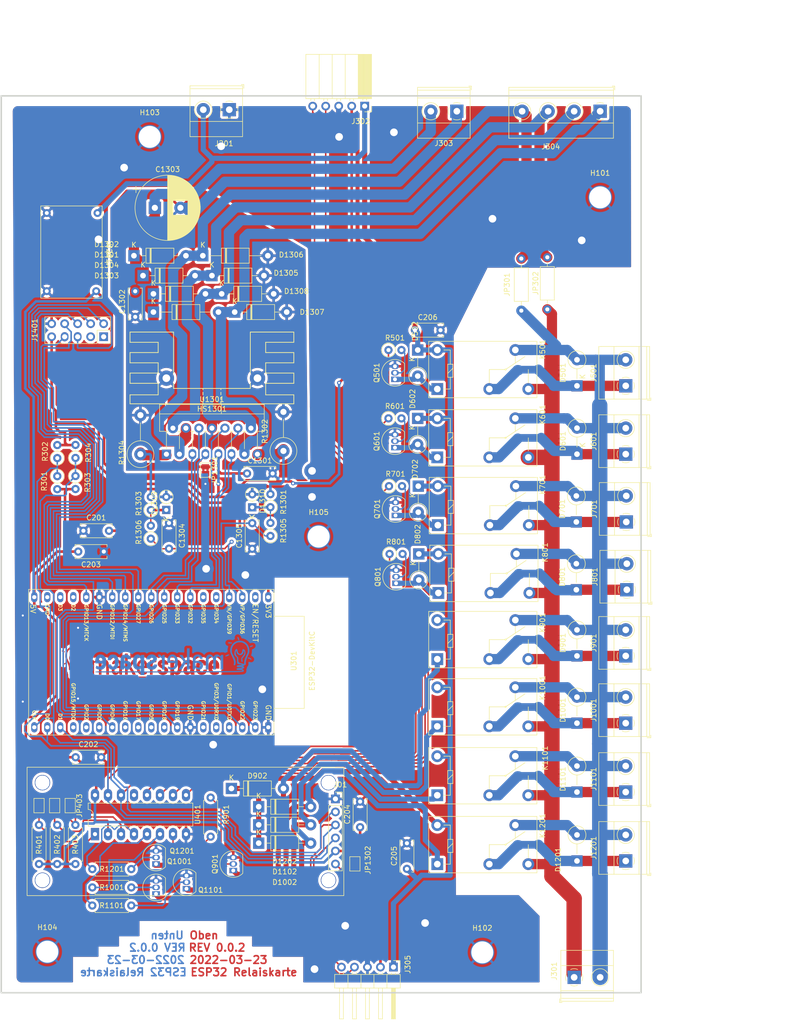
<source format=kicad_pcb>
(kicad_pcb (version 20211014) (generator pcbnew)

  (general
    (thickness 1.6)
  )

  (paper "A4" portrait)
  (title_block
    (title "ESP32 Relaiskarte")
    (date "2022-03-23")
    (rev "0.0.2")
    (company "makerspace Bocholt")
    (comment 1 "+ optionale Servo Ansteuerung")
    (comment 2 "+ optionale Lan Karte")
    (comment 4 "Frank Tobergte")
  )

  (layers
    (0 "F.Cu" signal)
    (31 "B.Cu" signal)
    (32 "B.Adhes" user "B.Adhesive")
    (33 "F.Adhes" user "F.Adhesive")
    (34 "B.Paste" user)
    (35 "F.Paste" user)
    (36 "B.SilkS" user "B.Silkscreen")
    (37 "F.SilkS" user "F.Silkscreen")
    (38 "B.Mask" user)
    (39 "F.Mask" user)
    (40 "Dwgs.User" user "User.Drawings")
    (41 "Cmts.User" user "User.Comments")
    (42 "Eco1.User" user "User.Eco1")
    (43 "Eco2.User" user "User.Eco2")
    (44 "Edge.Cuts" user)
    (45 "Margin" user)
    (46 "B.CrtYd" user "B.Courtyard")
    (47 "F.CrtYd" user "F.Courtyard")
    (48 "B.Fab" user)
    (49 "F.Fab" user)
    (50 "User.1" user "Nutzer.1")
    (51 "User.2" user "Nutzer.2")
    (52 "User.3" user "Nutzer.3")
    (53 "User.4" user "Nutzer.4")
    (54 "User.5" user "Nutzer.5")
    (55 "User.6" user "Nutzer.6")
    (56 "User.7" user "Nutzer.7")
    (57 "User.8" user "Nutzer.8")
    (58 "User.9" user "Nutzer.9")
  )

  (setup
    (stackup
      (layer "F.SilkS" (type "Top Silk Screen"))
      (layer "F.Paste" (type "Top Solder Paste"))
      (layer "F.Mask" (type "Top Solder Mask") (thickness 0.01))
      (layer "F.Cu" (type "copper") (thickness 0.035))
      (layer "dielectric 1" (type "core") (thickness 1.51) (material "FR4") (epsilon_r 4.5) (loss_tangent 0.02))
      (layer "B.Cu" (type "copper") (thickness 0.035))
      (layer "B.Mask" (type "Bottom Solder Mask") (thickness 0.01))
      (layer "B.Paste" (type "Bottom Solder Paste"))
      (layer "B.SilkS" (type "Bottom Silk Screen"))
      (copper_finish "None")
      (dielectric_constraints no)
    )
    (pad_to_mask_clearance 0)
    (aux_axis_origin 38 49)
    (grid_origin 38 49)
    (pcbplotparams
      (layerselection 0x0000020_ffffffff)
      (disableapertmacros false)
      (usegerberextensions false)
      (usegerberattributes true)
      (usegerberadvancedattributes true)
      (creategerberjobfile true)
      (svguseinch false)
      (svgprecision 6)
      (excludeedgelayer false)
      (plotframeref false)
      (viasonmask false)
      (mode 1)
      (useauxorigin false)
      (hpglpennumber 1)
      (hpglpenspeed 20)
      (hpglpendiameter 15.000000)
      (dxfpolygonmode true)
      (dxfimperialunits true)
      (dxfusepcbnewfont true)
      (psnegative false)
      (psa4output false)
      (plotreference false)
      (plotvalue false)
      (plotinvisibletext false)
      (sketchpadsonfab false)
      (subtractmaskfromsilk false)
      (outputformat 4)
      (mirror false)
      (drillshape 2)
      (scaleselection 1)
      (outputdirectory "Ausgaben/")
    )
  )

  (net 0 "")
  (net 1 "+12V")
  (net 2 "/Digital/Relais Ansteuerung/A")
  (net 3 "/Digital/Relais Ansteuerung/B")
  (net 4 "Net-(Q501-Pad2)")
  (net 5 "GND")
  (net 6 "Net-(Q601-Pad2)")
  (net 7 "Net-(Q701-Pad2)")
  (net 8 "Net-(Q801-Pad2)")
  (net 9 "Net-(Q901-Pad2)")
  (net 10 "Net-(Q1001-Pad2)")
  (net 11 "Net-(Q1101-Pad2)")
  (net 12 "Net-(Q1201-Pad2)")
  (net 13 "unconnected-(U401-Pad13)")
  (net 14 "/Digital/Relais Ansteuerung/Relais0/On")
  (net 15 "/Digital/Relais Ansteuerung/Relais1/On")
  (net 16 "/Digital/Relais Ansteuerung/Relais2/On")
  (net 17 "/Digital/Relais Ansteuerung/Relais3/On")
  (net 18 "/Digital/Relais Ansteuerung/Relais4/On")
  (net 19 "/Digital/Relais Ansteuerung/Relais5/On")
  (net 20 "/Digital/Relais Ansteuerung/Relais6/On")
  (net 21 "/Digital/Relais Ansteuerung/Relais7/On")
  (net 22 "/Digital/Lan/Sck")
  (net 23 "+3V3")
  (net 24 "unconnected-(U301-Pad2)")
  (net 25 "/Digital/Lan/So")
  (net 26 "/Digital/Lan/Si")
  (net 27 "/Digital/PCA9635 Servo/OE")
  (net 28 "unconnected-(U301-Pad16)")
  (net 29 "unconnected-(U301-Pad17)")
  (net 30 "unconnected-(U301-Pad18)")
  (net 31 "/Digital/SCL")
  (net 32 "Net-(J1301-Pad6)")
  (net 33 "unconnected-(U301-Pad5)")
  (net 34 "unconnected-(U301-Pad23)")
  (net 35 "unconnected-(U301-Pad24)")
  (net 36 "unconnected-(U301-Pad25)")
  (net 37 "/Digital/Lan/Cs")
  (net 38 "unconnected-(U301-Pad27)")
  (net 39 "unconnected-(U301-Pad28)")
  (net 40 "/Digital/Lan/CLK")
  (net 41 "unconnected-(U301-Pad30)")
  (net 42 "unconnected-(U301-Pad33)")
  (net 43 "unconnected-(U301-Pad34)")
  (net 44 "unconnected-(U301-Pad35)")
  (net 45 "unconnected-(U301-Pad6)")
  (net 46 "/Digital/Lan/Wol")
  (net 47 "/Digital/Relais Ansteuerung/Relais0/AB")
  (net 48 "/Digital/Relais Ansteuerung/Relais1/AB")
  (net 49 "/Digital/Relais Ansteuerung/Relais2/AB")
  (net 50 "/Digital/Relais Ansteuerung/Relais3/AB")
  (net 51 "/Digital/Relais Ansteuerung/Relais4/AB")
  (net 52 "/Digital/Relais Ansteuerung/Relais5/AB")
  (net 53 "/Digital/Relais Ansteuerung/Relais6/AB")
  (net 54 "/Digital/Relais Ansteuerung/Relais7/AB")
  (net 55 "/Digital/Relais Ansteuerung/Relais0/mitte")
  (net 56 "/Digital/Relais Ansteuerung/Relais1/mitte")
  (net 57 "/Digital/Relais Ansteuerung/Relais2/mitte")
  (net 58 "/Digital/Relais Ansteuerung/Relais3/mitte")
  (net 59 "/Digital/Relais Ansteuerung/Relais4/mitte")
  (net 60 "/Digital/Relais Ansteuerung/Relais5/mitte")
  (net 61 "/Digital/Relais Ansteuerung/Relais6/mitte")
  (net 62 "/Digital/Relais Ansteuerung/Relais7/mitte")
  (net 63 "/Digital/Motortreiber/M2B")
  (net 64 "/Digital/Motortreiber/M2A")
  (net 65 "/Digital/Motortreiber/M1B")
  (net 66 "/Digital/Motortreiber/M1A")
  (net 67 "/Digital/Motortreiber/1m")
  (net 68 "+5V")
  (net 69 "/Digital/Motortreiber/2m")
  (net 70 "/Digital/Motortreiber/GNDPWR")
  (net 71 "/Digital/Motortreiber/VS")
  (net 72 "Net-(JP401-Pad2)")
  (net 73 "Net-(JP402-Pad2)")
  (net 74 "Net-(JP403-Pad2)")
  (net 75 "/Digital/Lan/Reset")
  (net 76 "/Digital/SDA")
  (net 77 "/Digital/Lan/Int")
  (net 78 "Net-(D1309-Pad1)")
  (net 79 "/Digital/1Mess")
  (net 80 "/Digital/2Mess")
  (net 81 "/Digital/1A")
  (net 82 "/Digital/1En")
  (net 83 "/Digital/1B")
  (net 84 "/Digital/2A")
  (net 85 "/Digital/2En")
  (net 86 "/Digital/2B")
  (net 87 "Net-(D1310-Pad1)")
  (net 88 "unconnected-(U301-Pad29)")

  (footprint "Package_TO_SOT_THT:TO-92_Inline" (layer "F.Cu") (at 68.232 204.726 90))

  (footprint "Diode_THT:D_DO-41_SOD81_P5.08mm_Vertical_KathodeUp" (layer "F.Cu") (at 150.348 132.143591 90))

  (footprint "Diode_THT:D_DO-41_SOD81_P5.08mm_Vertical_KathodeUp" (layer "F.Cu") (at 119.36 98.595 -90))

  (footprint "MountingHole:MountingHole_4.3mm_M4_DIN965_Pad_TopOnly" (layer "F.Cu") (at 155 68.812))

  (footprint "Diode_THT:D_DO-41_SOD81_P10.16mm_Horizontal" (layer "F.Cu") (at 88.292 191.24))

  (footprint "Resistor_THT:R_Axial_DIN0207_L6.3mm_D2.5mm_P2.54mm_Vertical" (layer "F.Cu") (at 48.9425 119.6795 90))

  (footprint "Diode_THT:D_DO-41_SOD81_P5.08mm_Vertical_KathodeUp" (layer "F.Cu") (at 150.47 184.848591 90))

  (footprint "Resistor_THT:R_Axial_DIN0207_L6.3mm_D2.5mm_P10.16mm_Horizontal" (layer "F.Cu") (at 139.6 80.75 -90))

  (footprint "Relay_THT:Relay_SPDT_Omron-G5Q-1" (layer "F.Cu") (at 123.291408 132.768591))

  (footprint "Resistor_THT:R_Axial_DIN0207_L6.3mm_D2.5mm_P7.62mm_Horizontal" (layer "F.Cu") (at 55.786 203.456))

  (footprint "Package_TO_SOT_THT:TO-92_Inline" (layer "F.Cu") (at 83.324 200.154 90))

  (footprint "Resistor_THT:R_Axial_DIN0207_L6.3mm_D2.5mm_P2.54mm_Vertical" (layer "F.Cu") (at 113.751408 125.158591))

  (footprint "eigene Modelle:Adafruit PCA9685" (layer "F.Cu") (at 103.284 186.184))

  (footprint "Package_TO_SOT_THT:TO-92_Inline" (layer "F.Cu") (at 115.127817 144.102183 90))

  (footprint "Resistor_THT:R_Axial_DIN0207_L6.3mm_D2.5mm_P2.54mm_Vertical" (layer "F.Cu") (at 113.857817 138.387183))

  (footprint "Capacitor_THT:C_Disc_D6.0mm_W2.5mm_P5.00mm" (layer "F.Cu") (at 86.012 122.684))

  (footprint "Resistor_THT:R_Axial_DIN0516_L15.5mm_D5.0mm_P7.62mm_Vertical" (layer "F.Cu") (at 65.184 118.921925 90))

  (footprint "Diode_THT:D_DO-41_SOD81_P12.70mm_Horizontal" (layer "F.Cu") (at 77.376 80.186925))

  (footprint "MountingHole:MountingHole_4.3mm_M4_DIN965_Pad_TopOnly" (layer "F.Cu") (at 47 216))

  (footprint "Resistor_THT:R_Axial_DIN0207_L6.3mm_D2.5mm_P7.62mm_Horizontal" (layer "F.Cu") (at 45.372 198.884 90))

  (footprint "Jumper:SolderJumper-2_P1.3mm_Open_TrianglePad1.0x1.5mm" (layer "F.Cu") (at 51.468 187.491 -90))

  (footprint "Diode_THT:D_DO-41_SOD81_P10.16mm_Horizontal" (layer "F.Cu") (at 83.599 91.188))

  (footprint "Diode_THT:D_DO-41_SOD81_P12.70mm_Horizontal" (layer "F.Cu") (at 67.724 91.188))

  (footprint "Relay_THT:Relay_SPDT_Omron-G5Q-1" (layer "F.Cu") (at 123.397817 145.997183))

  (footprint "Diode_THT:D_DO-41_SOD81_P10.16mm_Horizontal" (layer "F.Cu") (at 79.154 84.076))

  (footprint "Resistor_THT:R_Axial_DIN0516_L15.5mm_D5.0mm_P7.62mm_Vertical" (layer "F.Cu") (at 93.124 118.286925 90))

  (footprint "TerminalBlock_Phoenix:TerminalBlock_Phoenix_MKDS-1,5-2-5.08_1x02_P5.08mm_Horizontal" (layer "F.Cu") (at 127 52 180))

  (footprint "Diode_THT:D_DO-41_SOD81_P5.08mm_Vertical_KathodeUp" (layer "F.Cu") (at 150.475 105.58 90))

  (footprint "Jumper:SolderJumper-2_P1.3mm_Open_TrianglePad1.0x1.5mm" (layer "F.Cu") (at 48.42 187.491 -90))

  (footprint "TerminalBlock_Phoenix:TerminalBlock_Phoenix_MKDS-1,5-2-5.08_1x02_P5.08mm_Horizontal" (layer "F.Cu") (at 160 158.285 90))

  (footprint "Resistor_THT:R_Axial_DIN0207_L6.3mm_D2.5mm_P2.54mm_Vertical" (layer "F.Cu") (at 90.584 134.876 90))

  (footprint "TerminalBlock_Phoenix:TerminalBlock_Phoenix_MKDS-1,5-2-5.08_1x02_P5.08mm_Horizontal" (layer "F.Cu") (at 160 198.29 90))

  (footprint "Package_TO_SOT_THT:TO-92_Inline" (layer "F.Cu") (at 68.232 198.884 90))

  (footprint "Diode_THT:D_DO-41_SOD81_P5.08mm_Vertical_KathodeUp" (layer "F.Cu") (at 150.475 198.29 90))

  (footprint "TerminalBlock_Phoenix:TerminalBlock_Phoenix_MKDS-1,5-2-5.08_1x02_P5.08mm_Horizontal" (layer "F.Cu") (at 159.995 171.407183 90))

  (footprint "Resistor_THT:R_Axial_DIN0207_L6.3mm_D2.5mm_P2.54mm_Vertical" (layer "F.Cu") (at 113.645 98.595))

  (footprint "Capacitor_THT:C_Disc_D6.0mm_W2.5mm_P5.00mm" (layer "F.Cu") (at 64.168 87.124 -90))

  (footprint "Capacitor_THT:C_Disc_D6.0mm_W2.5mm_P5.00mm" (layer "F.Cu") (at 117.248 199.836 90))

  (footprint "Jumper:SolderJumper-2_P1.3mm_Bridged2Bar_Pad1.0x1.5mm" (layer "F.Cu") (at 77.884 122.034 -90))

  (footprint "Diode_THT:D_DO-41_SOD81_P5.08mm_Vertical_KathodeUp" (layer "F.Cu") (at 150.348 145.372183 90))

  (footprint "Relay_THT:Relay_SPDT_Omron-G5Q-1" (layer "F.Cu") (at 123.18 172.032183))

  (footprint "TerminalBlock_Phoenix:TerminalBlock_Phoenix_MKDS-1,5-2-5.08_1x02_P5.08mm_Horizontal" (layer "F.Cu") (at 159.995 184.848591 90))

  (footprint "Capacitor_THT:C_Disc_D6.0mm_W2.5mm_P5.00mm" (layer "F.Cu") (at 59.048 133.86 180))

  (footprint "Resistor_THT:R_Axial_DIN0207_L6.3mm_D2.5mm_P2.54mm_Vertical" (layer "F.Cu") (at 52.4985 123.1775 -90))

  (footprint "Diode_THT:D_DO-41_SOD81_P5.08mm_Vertical_KathodeUp" (layer "F.Cu") (at 150.475 118.915 90))

  (footprint "TerminalBlock_Phoenix:TerminalBlock_Phoenix_MKDS-1,5-2-5.08_1x02_P5.08mm_Horizontal" (layer "F.Cu") (at 149.92 221))

  (footprint "Jumper:SolderJumper-2_P1.3mm_Open_TrianglePad1.0x1.5mm" (layer "F.Cu") (at 107.088 198.86 90))

  (footprint "TerminalBlock_Phoenix:TerminalBlock_Phoenix_MKDS-1,5-2-5.08_1x02_P5.08mm_Horizontal" (layer "F.Cu")
    (tedit 5B294EBC) (tstamp 7b296396-04b4-414e-b6f3-a3db163ebb35)
    (at 160 118.915 90)
    (descr "Terminal Block Phoenix MKDS-1,5-2-5.08, 2 pins, pitch 5.08mm, size 10.2x9.8mm^2, drill diamater 1.3mm, pad diameter 2.6mm, see http://www.farnell.com/datasheets/100425.pdf, script-generated using https://github.com/pointhi/kicad-footprint-generator/scripts/TerminalBlock_Phoenix")
    (tags "THT Terminal Block Phoenix MKDS-1,5-2-5.08 pitch 5.08mm size 10.2x9.8mm^2 drill 1.3mm pad 2.6mm")
    (property "Sheetfile" "Relais.kicad_sch")
    (property "Sheetname" "Relais1")
    (path "/c7d0284b-26f3-46a0-a20a-63616420e27a/e5b83e64-c70c-4e3c-91cb-1e480aa92410/961948b1-3ef5-423f-902e-f96c02924add/1fe43737-6852-4bd7-bea8-de22dad41c97")
    (attr through_hole)
    (fp_text reference "J601" (at 2.54 -6.26 90) (layer "F.SilkS")
      (effects (font (size 1 1) (thickness 0.15)))
      (tstamp a77bb222-c166-42e5-bfb6-754e3ca9e305)
    )
    (fp_text value "Screw_Terminal_01x02" (at 2.54 5.66 90) (layer "F.Fab")
      (effects (font (size 1 1) (thickness 0.15)))
      (tstamp 3da5a579-5841-4a46-9a46-e971e22a6c68)
    )
    (fp_text user "${REFERENCE}" (at 2.54 3.2 90) (layer "F.Fab")
      (effects (font (size 1 1) (thickness 0.15)))
      (tstamp f2b2edd6-0cea-4178-b948-15ca4548160d)
    )
    (fp_line (start 4.046 1.239) (end 4.011 1.274) (layer "F.SilkS") (width 0.12) (tstamp 0021d46d-fbc5-4743-b694-a84a952e2958))
    (fp_line (start -2.6 4.1) (end 7.68 4.1) (layer "F.SilkS") (width 0.12) (tstamp 22feb811-b3ed-495b-b505-f556cc870d83))
    (fp_line (start -2.6 4.66) (end 7.68 4.66) (layer "F.SilkS") (width 0.12) (tstamp 231bbfd6-0ca4-4f19-84cc-2c4deca4e2e0))
    (fp_line (start -2.6 -5.261) (end 7.68 -5.261) (layer "F.SilkS") (width 0.12) (tstamp 34b97646-eae9-4152-8f8e-d6b34d45025a))
    (fp_line (start -2.6 -5.261) (end -2.6 4.66) (layer "F.SilkS") (width 0.12) (tstamp 3afe5d03-8062-4754-833d-d0124cef3fc4))
    (fp_line (start 3.853 1.023) (end 3.806 1.069) (layer "F.SilkS") (width 0.12) (tstamp 48561634-9e86-4095-9472-eb62d211efa2))
    (fp_line (start -2.6 2.6) (end 7.68 2.6) (layer "F.SilkS") (width 0.12) (tstamp 7860992d-fcf6-48f5-9e77-56066a7d47d1))
    (fp_line (start 6.15 -1.275) (end 6.115 -1.239) (layer "F.SilkS") (width 0.12) (tstamp 7f602e06-fb1a-42ec-ae84-6e2b134305fe))
    (fp_line (start 6.355 -1.069) (end 6.308 -1.023) (layer "F.SilkS") (width 0.12) (tstamp 90187267-e1fa-4d3f-94ac-fb64fedd3337))
    (fp_line (start -2.84 4.16) (end -2.84 4.9) (layer "F.SilkS") (width 0.12) (tstamp c5506926-04ac-43d1-81a5-5fd9a5f473ad))
    (fp_line (start 7.68 -5.261) (end 7.68 4.66) (layer "F.SilkS") (width 0.12) (tstamp da94afbe-f6e6-4e06-8224-3136c1dabff0))
    (fp_line (start -2.6 -2.301) (end 7.68 -2.301) (layer "F.SilkS") (width 0.12) (tstamp f8e72552-826f-4c78-a672-60e0cdb3383f))
    (fp_line (start -2.84 4.9) (end -2.34 4.9) (layer "F.SilkS") (width 0.12) (tstamp f932f481-4b55-4aed-927a-595d9197c1fc))
    (fp_arc (start 0.028805 1.680253) (mid -0.335551 1.646659) (end -0.684 1.535) (layer "F.SilkS") (width 0.12) (tstamp 13c3336e-8a1f-417d-bc86-a2e451bf85d3))
    (fp_arc (start 0.683318 1.534756) (mid 0.349292 1.643288) (end 0 1.68) (layer "F.SilkS") (width 0.12) (tstamp d3741b22-a09e-4a00-94ae-b7b7dfc3cb3b))
    (fp_arc (start -0.683042 -1.535427) (mid 0.000524 -1.680501) (end 0.684 -1.535) (layer "F.SilkS") (width 0.12) (tstamp d401532b-2650-4949-9a32-56220c129cad))
    (fp_arc (start 1.535427 -0.683042) (mid 1.680501 0.000524) (end 1.535 0.684) (layer "F.SilkS") (width 0.12) (tstamp d79d7e80-fc24-4361-a631-7b9f9ae7a6c5))
    (fp_arc (start -1.535427 0.683042) (mid -1.680501 -0.000524) (end -1.535 -0.684) (layer "F.SilkS") (width 0.12) (tstamp e51e8be4-6603-41d6-b5f1-36526e85ddf8))
    (fp_circle (center 5.08 0) (end 6.76 0) (layer "F.SilkS") (width 0.12) (fill none) (tstamp 6f8613ca-c33a-4aab-aefe-3de041d1704e))
    (fp_line (start 8.13 -5.71) (end -3.04 -5.71) (layer "F.CrtYd") (width 0.05) (tstamp 0c370393-150e-488e-9dc9-482476f7931f))
    (fp_line (start -3.04 -5.71) (end -3.04 5.1) (layer "F.CrtYd") (width 0.05) (tstamp 7d991e0f-6164-4c52-9c66-89de494535c1))
    (fp_line (start 8.13 5.1) (end 8.13 -5.71) (layer "F.CrtYd") (width 0.05) (tstamp 906d08f4-1e2b-444d-b9a0-861994c259d7))
    (fp_line (start -3.04 5.1) (end 8.13 5.1) (layer "F.CrtYd") (width 0.05) (tstamp fc8f24f5-ab15-496b-96a3-227d5f1efbd8))
    (fp_line (start -2.54 4.1) (end 7.62 4.1) (layer "F.Fab") (width 0.1) (tstamp 0caaeae1-0ae3-4cfe-8521-cd1ece56c33e))
    (fp_line (start 7.62 -5.2) (end 7.62 4.6) (layer "F.Fab") (width 0.1) (tstamp 162139f7-2a12-4b29-9cca-ed68b1c8056e))
    (fp_line (start 7.62 4.6) (end -2.04 4.6) (layer "F.Fab") (width 0.1) (tstamp 1a18408c-f328-44eb-b43b-5d6c71698cc2))
    (fp_line (start 6.035 -1.138) (end 3.943 0.955) (layer "F.Fab") (width 0.1) (tstamp 22895f14-11a0-4be7-a692-1eea625df472))
    (fp_line (start -2.54 4.1) (end -2.54 -5.2) (layer "F.Fab") (width 0.1) (tstamp 32c5d5f3-0c0f-40b4-a908-6234ed6f8352))
    (fp_line (start 1.138 -0.955) (end -0.955 1.138) (layer "F.Fab") (width 0.1) (tstamp 72c43909-830c-471d-91a5-b90da356a981))
    (fp_line (start -2.54 -5.2) (end 7.62 -5.2) (layer "F.Fab") (width 0.1) (tstamp 965416fd-3098-4882-8507-a960ee3a7ec0))
    (fp_line (start 0.955 -1.138) (end -1.138 0.955) (layer "F.Fab") (width 0.1) (tstamp 9e473952-0655-4c61-b0a7-804ff8996ecf))
    (fp_line (start 6.218 -0.955) (end 4.126 1.138) (layer "F.Fab") (width 0.1) (tstamp a31c6e5f-dde7-4dc6-8236-f6310dafad9c))
    (fp_line (start -2.54 2.6) (end 7.62 2.6) (layer "F.Fab") (width 0.1) (tstamp a4d52907-6b24-4a87-b6c6-1767fa02f31d))
    (fp_line (start -2.04 4.6) (end -2.54 4.1) (layer "F.Fab") (width 0.1) (tstamp b9e0a4c1-97f5-403d-817a-ae60e472c293))
    (fp_line (start -2.54 -2.3) (end 7.62 -2.3) (layer "F.Fab") (width 0.1) (tstamp d7c97edb-529c-4b86-9ff7-e8e8e91c8c64))
    (fp_circle (center 5.08 0) (end 6.58 0) (layer "F.Fab") (width 0.1) (fill none) (tstamp b58ab687-4b99-4399-8be2-3875f60ed11f))
    (fp_circle (center 0 0) (end 1.5 0) (layer "F.Fab") (width 0.1) (fill none) (tstamp de66a8e1-6925-4421-a216-33ee544440b2))
    (pad "1" thru_hole rect (at 0 0 90) (size 2.6 2.6) (drill 1.3) (layers *.Cu *.Mask)
      (net 48 "/Digital/Relais Ansteuerung/Relais1/AB") (pinfunction "Pin_1") (pintype "passive") (tstamp f97d005b-dca7-4e84-bdfb-83330e835cd8))
    (pad "2" thru_hole circle (at 5.08 0 90) (size 2.6 2.6) (drill 1.3) (layers *.Cu *.Mask)
      (net 2 "/Digital/Relais Ansteuerung/A") (pinfunction "Pin_2") (pintype "passive") (tstamp ced4d843-8ff9-4360-b6c6-a81f7bb3f151))
    (model "${KICAD6_3DMODEL_DIR}/TerminalBlock_Phoenix.3dshapes/TerminalBlock_Phoenix_MKDS-1,5-2-5.08_1x02_P5.08mm_Horizontal.wrl"
      (offset (xyz 0 0 0))
      (scale (xyz 1 1 1))
      
... [2232181 chars truncated]
</source>
